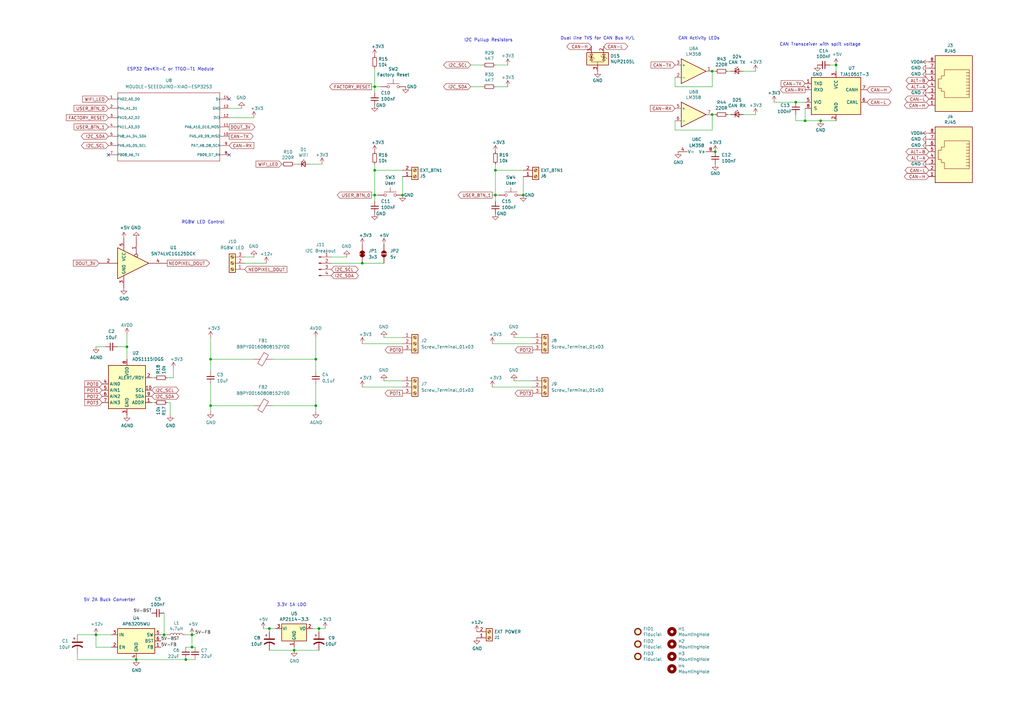
<source format=kicad_sch>
(kicad_sch (version 20250114) (generator "eeschema") (generator_version "9.0")
  (paper "A3")
  (title_block (title "LCC Lighting Controller") (date "2024-08-05") (rev "1.0"))
  (text "I2C Pullup Resistors" (at 210.312 17.272 0) (effects (font (size 1.27 1.27)) (justify right bottom)))
  (text "5V 2A Buck Converter" (at 34.29 246.888 0) (effects (font (size 1.27 1.27)) (justify left bottom)))
  (text "3.3V 1A LDO" (at 125.73 248.92 0) (effects (font (size 1.27 1.27)) (justify right bottom)))
  (text "ESP32 DevKit-C or TTGO-T1 Module" (at 52.07 29.21 0) (effects (font (size 1.27 1.27)) (justify left bottom)))
  (text "CAN Transceiver with split voltage" (at 353.06 19.05 0) (effects (font (size 1.27 1.27)) (justify right bottom)))
  (text "RGBW LED Control" (at 74.422 91.948 0) (effects (font (size 1.27 1.27)) (justify left bottom)))
  (text "CAN Activity LEDs" (at 278.13 16.51 0) (effects (font (size 1.27 1.27)) (justify left bottom)))
  (text "Dual line TVS for CAN Bus H/L" (at 260.35 16.51 0) (effects (font (size 1.27 1.27)) (justify right bottom)))
  (junction (at 326.39 41.91))
  (junction (at 86.36 147.32))
  (junction (at 78.74 260.35))
  (junction (at 342.9 26.67))
  (junction (at 330.2 49.53))
  (junction (at 203.2 69.85))
  (junction (at 130.81 257.81))
  (junction (at 129.54 147.32))
  (junction (at 292.1 46.99))
  (junction (at 153.67 35.56))
  (junction (at 203.2 80.01))
  (junction (at 214.63 80.01))
  (junction (at 67.31 260.35))
  (junction (at 110.49 257.81))
  (junction (at 39.37 260.35))
  (junction (at 86.36 166.37))
  (junction (at 336.55 49.53))
  (junction (at 165.1 80.01))
  (junction (at 153.67 69.85))
  (junction (at 148.59 107.95))
  (junction (at 120.65 266.7))
  (junction (at 153.67 80.01))
  (junction (at 292.1 29.21))
  (junction (at 52.07 142.24))
  (junction (at 129.54 166.37))
  (junction (at 293.37 62.23))
  (junction (at 55.88 270.51))
  (junction (at 76.2 270.51))
  (junction (at 78.74 265.43))
  (no_connect (at 93.98 63.5))
  (no_connect (at 44.45 63.5))
  (no_connect (at 93.98 40.64))
  (wire (pts (xy 203.2 35.56) (xy 208.28 35.56)))
  (wire (pts (xy 86.36 166.37) (xy 86.36 168.91)))
  (wire (pts (xy 201.93 140.97) (xy 218.44 140.97)))
  (wire (pts (xy 111.76 147.32) (xy 129.54 147.32)))
  (wire (pts (xy 165.1 72.39) (xy 165.1 80.01)))
  (wire (pts (xy 152.4 80.01) (xy 153.67 80.01)))
  (wire (pts (xy 148.59 140.97) (xy 165.1 140.97)))
  (wire (pts (xy 157.48 138.43) (xy 165.1 138.43)))
  (wire (pts (xy 292.1 46.99) (xy 292.1 53.34)))
  (wire (pts (xy 86.36 147.32) (xy 86.36 152.4)))
  (wire (pts (xy 330.2 49.53) (xy 336.55 49.53)))
  (wire (pts (xy 152.4 35.56) (xy 153.67 35.56)))
  (wire (pts (xy 292.1 29.21) (xy 292.1 35.56)))
  (wire (pts (xy 153.67 35.56) (xy 153.67 38.1)))
  (wire (pts (xy 342.9 26.67) (xy 340.36 26.67)))
  (wire (pts (xy 304.8 46.99) (xy 309.88 46.99)))
  (wire (pts (xy 110.49 266.7) (xy 120.65 266.7)))
  (wire (pts (xy 62.23 165.1) (xy 63.5 165.1)))
  (wire (pts (xy 93.98 44.45) (xy 99.06 44.45)))
  (wire (pts (xy 153.67 80.01) (xy 154.94 80.01)))
  (wire (pts (xy 130.81 266.7) (xy 120.65 266.7)))
  (wire (pts (xy 86.36 147.32) (xy 104.14 147.32)))
  (wire (pts (xy 78.74 260.35) (xy 78.74 265.43)))
  (wire (pts (xy 135.89 107.95) (xy 148.59 107.95)))
  (wire (pts (xy 76.2 265.43) (xy 78.74 265.43)))
  (wire (pts (xy 193.04 26.67) (xy 198.12 26.67)))
  (wire (pts (xy 80.01 270.51) (xy 76.2 270.51)))
  (wire (pts (xy 110.49 257.81) (xy 110.49 259.08)))
  (wire (pts (xy 153.67 67.31) (xy 153.67 69.85)))
  (wire (pts (xy 193.04 35.56) (xy 198.12 35.56)))
  (wire (pts (xy 153.67 35.56) (xy 156.21 35.56)))
  (wire (pts (xy 62.23 154.94) (xy 63.5 154.94)))
  (wire (pts (xy 100.33 105.41) (xy 104.14 105.41)))
  (wire (pts (xy 86.36 138.43) (xy 86.36 147.32)))
  (wire (pts (xy 203.2 80.01) (xy 204.47 80.01)))
  (wire (pts (xy 153.67 80.01) (xy 153.67 82.55)))
  (wire (pts (xy 39.37 260.35) (xy 31.75 260.35)))
  (wire (pts (xy 86.36 157.48) (xy 86.36 166.37)))
  (wire (pts (xy 129.54 138.43) (xy 129.54 147.32)))
  (wire (pts (xy 130.81 257.81) (xy 130.81 259.08)))
  (wire (pts (xy 129.54 157.48) (xy 129.54 166.37)))
  (wire (pts (xy 113.03 257.81) (xy 110.49 257.81)))
  (wire (pts (xy 39.37 142.24) (xy 43.18 142.24)))
  (wire (pts (xy 210.82 156.21) (xy 218.44 156.21)))
  (wire (pts (xy 326.39 46.99) (xy 326.39 49.53)))
  (wire (pts (xy 299.72 29.21) (xy 298.45 29.21)))
  (wire (pts (xy 203.2 67.31) (xy 203.2 69.85)))
  (wire (pts (xy 68.58 154.94) (xy 71.12 154.94)))
  (wire (pts (xy 48.26 142.24) (xy 52.07 142.24)))
  (wire (pts (xy 67.31 260.35) (xy 67.31 251.46)))
  (wire (pts (xy 135.89 105.41) (xy 142.24 105.41)))
  (wire (pts (xy 203.2 69.85) (xy 214.63 69.85)))
  (wire (pts (xy 276.86 35.56) (xy 276.86 31.75)))
  (wire (pts (xy 127 67.31) (xy 132.08 67.31)))
  (wire (pts (xy 203.2 26.67) (xy 208.28 26.67)))
  (wire (pts (xy 214.63 72.39) (xy 214.63 80.01)))
  (wire (pts (xy 330.2 44.45) (xy 330.2 49.53)))
  (wire (pts (xy 93.98 48.26) (xy 104.14 48.26)))
  (wire (pts (xy 52.07 137.16) (xy 52.07 142.24)))
  (wire (pts (xy 66.04 260.35) (xy 67.31 260.35)))
  (wire (pts (xy 203.2 80.01) (xy 203.2 82.55)))
  (wire (pts (xy 148.59 158.75) (xy 165.1 158.75)))
  (wire (pts (xy 292.1 35.56) (xy 276.86 35.56)))
  (wire (pts (xy 342.9 49.53) (xy 336.55 49.53)))
  (wire (pts (xy 153.67 69.85) (xy 153.67 80.01)))
  (wire (pts (xy 69.85 165.1) (xy 69.85 170.18)))
  (wire (pts (xy 86.36 166.37) (xy 104.14 166.37)))
  (wire (pts (xy 293.37 29.21) (xy 292.1 29.21)))
  (wire (pts (xy 78.74 265.43) (xy 80.01 265.43)))
  (wire (pts (xy 201.93 158.75) (xy 218.44 158.75)))
  (wire (pts (xy 148.59 107.95) (xy 157.48 107.95)))
  (wire (pts (xy 201.93 80.01) (xy 203.2 80.01)))
  (wire (pts (xy 130.81 257.81) (xy 133.35 257.81)))
  (wire (pts (xy 330.2 41.91) (xy 326.39 41.91)))
  (wire (pts (xy 120.65 266.7) (xy 120.65 265.43)))
  (wire (pts (xy 76.2 270.51) (xy 55.88 270.51)))
  (wire (pts (xy 342.9 26.67) (xy 342.9 29.21)))
  (wire (pts (xy 210.82 138.43) (xy 218.44 138.43)))
  (wire (pts (xy 121.92 67.31) (xy 120.65 67.31)))
  (wire (pts (xy 68.58 165.1) (xy 69.85 165.1)))
  (wire (pts (xy 76.2 260.35) (xy 78.74 260.35)))
  (wire (pts (xy 31.75 270.51) (xy 31.75 267.97)))
  (wire (pts (xy 203.2 69.85) (xy 203.2 80.01)))
  (wire (pts (xy 71.12 154.94) (xy 71.12 151.13)))
  (wire (pts (xy 299.72 46.99) (xy 298.45 46.99)))
  (wire (pts (xy 52.07 142.24) (xy 52.07 147.32)))
  (wire (pts (xy 39.37 260.35) (xy 45.72 260.35)))
  (wire (pts (xy 129.54 166.37) (xy 129.54 168.91)))
  (wire (pts (xy 293.37 46.99) (xy 292.1 46.99)))
  (wire (pts (xy 45.72 265.43) (xy 39.37 265.43)))
  (wire (pts (xy 78.74 260.35) (xy 80.01 260.35)))
  (wire (pts (xy 55.88 270.51) (xy 31.75 270.51)))
  (wire (pts (xy 326.39 49.53) (xy 330.2 49.53)))
  (wire (pts (xy 129.54 166.37) (xy 111.76 166.37)))
  (wire (pts (xy 153.67 69.85) (xy 165.1 69.85)))
  (wire (pts (xy 67.31 260.35) (xy 68.58 260.35)))
  (wire (pts (xy 129.54 147.32) (xy 129.54 152.4)))
  (wire (pts (xy 276.86 53.34) (xy 276.86 49.53)))
  (wire (pts (xy 326.39 41.91) (xy 317.5 41.91)))
  (wire (pts (xy 128.27 257.81) (xy 130.81 257.81)))
  (wire (pts (xy 100.33 107.95) (xy 109.22 107.95)))
  (wire (pts (xy 153.67 27.94) (xy 153.67 35.56)))
  (wire (pts (xy 107.95 257.81) (xy 110.49 257.81)))
  (wire (pts (xy 157.48 156.21) (xy 165.1 156.21)))
  (wire (pts (xy 292.1 53.34) (xy 276.86 53.34)))
  (wire (pts (xy 39.37 265.43) (xy 39.37 260.35)))
  (wire (pts (xy 304.8 29.21) (xy 309.88 29.21)))
  (label "5V-FB" (at 66.04 265.43 0))
  (label "5V-BST" (at 66.04 262.89 0))
  (label "5V-BST" (at 62.23 251.46 180))
  (label "5V-FB" (at 80.01 260.35 0))
  (global_label "POT1" (shape output) (at 165.1 161.29 180) (property "Intersheetrefs" "${INTERSHEET_REFS}" (effects (hide yes))))
  (global_label "I2C_SCL" (shape bidirectional) (at 135.89 110.49 0) (property "Intersheetrefs" "${INTERSHEET_REFS}" (effects (hide yes))))
  (global_label "CAN-RX" (shape input) (at 276.86 44.45 180) (property "Intersheetrefs" "${INTERSHEET_REFS}" (effects (hide yes))))
  (global_label "I2C_SCL" (shape bidirectional) (at 44.45 59.69 180) (property "Intersheetrefs" "${INTERSHEET_REFS}" (effects (hide yes))))
  (global_label "ALT-B" (shape bidirectional) (at 381 62.23 180) (property "Intersheetrefs" "${INTERSHEET_REFS}" (effects (hide yes))))
  (global_label "CAN-L" (shape bidirectional) (at 381 40.64 180) (property "Intersheetrefs" "${INTERSHEET_REFS}" (effects (hide yes))))
  (global_label "WIFI_LED" (shape input) (at 44.45 40.64 180) (property "Intersheetrefs" "${INTERSHEET_REFS}" (effects (hide yes))))
  (global_label "CAN-L" (shape bidirectional) (at 247.65 19.05 0) (property "Intersheetrefs" "${INTERSHEET_REFS}" (effects (hide yes))))
  (global_label "CAN-TX" (shape output) (at 93.98 55.88 0) (property "Intersheetrefs" "${INTERSHEET_REFS}" (effects (hide yes))))
  (global_label "DOUT_3V" (shape output) (at 93.98 52.07 0) (property "Intersheetrefs" "${INTERSHEET_REFS}" (effects (hide yes))))
  (global_label "POT3" (shape output) (at 218.44 161.29 180) (property "Intersheetrefs" "${INTERSHEET_REFS}" (effects (hide yes))))
  (global_label "CAN-TX" (shape input) (at 330.2 34.29 180) (property "Intersheetrefs" "${INTERSHEET_REFS}" (effects (hide yes))))
  (global_label "POT0" (shape input) (at 41.91 157.48 180) (property "Intersheetrefs" "${INTERSHEET_REFS}" (effects (hide yes))))
  (global_label "USER_BTN_0" (shape input) (at 44.45 44.45 180) (property "Intersheetrefs" "${INTERSHEET_REFS}" (effects (hide yes))))
  (global_label "CAN-RX" (shape input) (at 93.98 59.69 0) (property "Intersheetrefs" "${INTERSHEET_REFS}" (effects (hide yes))))
  (global_label "USER_BTN_1" (shape input) (at 44.45 52.07 180) (property "Intersheetrefs" "${INTERSHEET_REFS}" (effects (hide yes))))
  (global_label "ALT-A" (shape bidirectional) (at 381 64.77 180) (property "Intersheetrefs" "${INTERSHEET_REFS}" (effects (hide yes))))
  (global_label "CAN-H" (shape bidirectional) (at 242.57 19.05 180) (property "Intersheetrefs" "${INTERSHEET_REFS}" (effects (hide yes))))
  (global_label "POT1" (shape input) (at 41.91 160.02 180) (property "Intersheetrefs" "${INTERSHEET_REFS}" (effects (hide yes))))
  (global_label "I2C_SDA" (shape bidirectional) (at 44.45 55.88 180) (property "Intersheetrefs" "${INTERSHEET_REFS}" (effects (hide yes))))
  (global_label "CAN-H" (shape bidirectional) (at 355.6 36.83 0) (property "Intersheetrefs" "${INTERSHEET_REFS}" (effects (hide yes))))
  (global_label "CAN-RX" (shape output) (at 330.2 36.83 180) (property "Intersheetrefs" "${INTERSHEET_REFS}" (effects (hide yes))))
  (global_label "POT0" (shape output) (at 165.1 143.51 180) (property "Intersheetrefs" "${INTERSHEET_REFS}" (effects (hide yes))))
  (global_label "ALT-A" (shape bidirectional) (at 381 35.56 180) (property "Intersheetrefs" "${INTERSHEET_REFS}" (effects (hide yes))))
  (global_label "DOUT_3V" (shape input) (at 40.64 107.95 180) (property "Intersheetrefs" "${INTERSHEET_REFS}" (effects (hide yes))))
  (global_label "NEOPIXEL_DOUT" (shape output) (at 68.58 107.95 0) (property "Intersheetrefs" "${INTERSHEET_REFS}" (effects (hide yes))))
  (global_label "POT2" (shape input) (at 41.91 162.56 180) (property "Intersheetrefs" "${INTERSHEET_REFS}" (effects (hide yes))))
  (global_label "FACTORY_RESET" (shape input) (at 44.45 48.26 180) (property "Intersheetrefs" "${INTERSHEET_REFS}" (effects (hide yes))))
  (global_label "POT2" (shape output) (at 218.44 143.51 180) (property "Intersheetrefs" "${INTERSHEET_REFS}" (effects (hide yes))))
  (global_label "CAN-TX" (shape input) (at 276.86 26.67 180) (property "Intersheetrefs" "${INTERSHEET_REFS}" (effects (hide yes))))
  (global_label "USER_BTN_0" (shape output) (at 152.4 80.01 180) (property "Intersheetrefs" "${INTERSHEET_REFS}" (effects (hide yes))))
  (global_label "I2C_SDA" (shape bidirectional) (at 135.89 113.03 0) (property "Intersheetrefs" "${INTERSHEET_REFS}" (effects (hide yes))))
  (global_label "CAN-H" (shape bidirectional) (at 381 43.18 180) (property "Intersheetrefs" "${INTERSHEET_REFS}" (effects (hide yes))))
  (global_label "NEOPIXEL_DOUT" (shape input) (at 100.33 110.49 0) (property "Intersheetrefs" "${INTERSHEET_REFS}" (effects (hide yes))))
  (global_label "I2C_SCL" (shape bidirectional) (at 193.04 26.67 180) (property "Intersheetrefs" "${INTERSHEET_REFS}" (effects (hide yes))))
  (global_label "FACTORY_RESET" (shape output) (at 152.4 35.56 180) (property "Intersheetrefs" "${INTERSHEET_REFS}" (effects (hide yes))))
  (global_label "I2C_SDA" (shape bidirectional) (at 193.04 35.56 180) (property "Intersheetrefs" "${INTERSHEET_REFS}" (effects (hide yes))))
  (global_label "ALT-B" (shape bidirectional) (at 381 33.02 180) (property "Intersheetrefs" "${INTERSHEET_REFS}" (effects (hide yes))))
  (global_label "POT3" (shape input) (at 41.91 165.1 180) (property "Intersheetrefs" "${INTERSHEET_REFS}" (effects (hide yes))))
  (global_label "CAN-L" (shape bidirectional) (at 355.6 41.91 0) (property "Intersheetrefs" "${INTERSHEET_REFS}" (effects (hide yes))))
  (global_label "I2C_SDA" (shape bidirectional) (at 62.23 162.56 0) (property "Intersheetrefs" "${INTERSHEET_REFS}" (effects (hide yes))))
  (global_label "CAN-L" (shape bidirectional) (at 381 69.85 180) (property "Intersheetrefs" "${INTERSHEET_REFS}" (effects (hide yes))))
  (global_label "CAN-H" (shape bidirectional) (at 381 72.39 180) (property "Intersheetrefs" "${INTERSHEET_REFS}" (effects (hide yes))))
  (global_label "USER_BTN_1" (shape output) (at 201.93 80.01 180) (property "Intersheetrefs" "${INTERSHEET_REFS}" (effects (hide yes))))
  (global_label "WIFI_LED" (shape input) (at 115.57 67.31 180) (property "Intersheetrefs" "${INTERSHEET_REFS}" (effects (hide yes))))
  (global_label "I2C_SCL" (shape bidirectional) (at 62.23 160.02 0) (property "Intersheetrefs" "${INTERSHEET_REFS}" (effects (hide yes))))
  (symbol (lib_id "Connector:RJ45") (at 391.16 35.56 0) (mirror y) (unit 1)
    (property "Reference" "J3" (at 389.7122 18.6182 0))
    (property "Value" "RJ45" (at 389.7122 20.9296 0))
    (property "Footprint" "CustomLibrary:RJ45_TE_CONNECTIVITY_5555164-1_Horizontal-Low_Profile" (effects (hide yes)))
    (property "Mouser" "571-5569284-1 or 534-949 or 493-HCJV1-812UK" (effects (hide yes)))
  )
  (symbol (lib_id "Amplifier_Operational:LM358") (at 284.48 29.21 0) (unit 1)
    (property "Reference" "U6" (at 284.48 19.8882 0))
    (property "Value" "LM358" (at 284.48 22.1996 0))
    (property "Footprint" "Package_SO:SOIC-8_3.9x4.9mm_P1.27mm" (effects (hide yes)))
    (property "Datasheet" "http://www.ti.com/lit/ds/symlink/lm2904-n.pdf" (effects (hide yes)))
    (property "Mouser" "595-LM358BIDR" (effects (hide yes)))
  )
  (symbol (lib_id "Device:LED_Small") (at 302.26 46.99 0) (unit 1)
    (property "Reference" "D25" (at 302.26 41.021 0))
    (property "Value" "CAN RX" (at 302.26 43.3324 0))
    (property "Footprint" "LED_SMD:LED_0603_1608Metric" (effects (hide yes)))
    (property "Mouser" "710-150060AS75000" (effects (hide yes)))
  )
  (symbol (lib_id "Connector:RJ45") (at 391.16 64.77 0) (mirror y) (unit 1)
    (property "Reference" "J4" (at 389.7122 47.8282 0))
    (property "Value" "RJ45" (at 389.7122 50.1396 0))
    (property "Footprint" "CustomLibrary:RJ45_TE_CONNECTIVITY_5555164-1_Horizontal-Low_Profile" (effects (hide yes)))
    (property "Mouser" "571-5569284-1 or 534-949 or 493-HCJV1-812UK" (effects (hide yes)))
  )
  (symbol (lib_id "Amplifier_Operational:LM358") (at 284.48 46.99 0) (unit 2)
    (property "Reference" "U6" (at 284.48 37.6682 0))
    (property "Value" "LM358" (at 284.48 39.9796 0))
    (property "Footprint" "Package_SO:SOIC-8_3.9x4.9mm_P1.27mm" (effects (hide yes)))
    (property "Datasheet" "http://www.ti.com/lit/ds/symlink/lm2904-n.pdf" (effects (hide yes)))
    (property "Mouser" "595-LM358BIDR" (effects (hide yes)))
  )
  (symbol (lib_id "Device:LED_Small") (at 302.26 29.21 0) (unit 1)
    (property "Reference" "D24" (at 302.26 23.241 0))
    (property "Value" "CAN TX" (at 302.26 25.5524 0))
    (property "Footprint" "LED_SMD:LED_0603_1608Metric" (effects (hide yes)))
    (property "Mouser" "710-150060YS75000" (effects (hide yes)))
  )
  (symbol (lib_id "power:+3V3") (at 309.88 29.21 0) (unit 1)
    (property "Reference" "#PWR070" (effects (hide yes)))
    (property "Value" "+3V3" (at 309.88 25.4 0))
  )
  (symbol (lib_id "Regulator_Switching:AP63205WU") (at 55.88 262.89 0) (unit 1)
    (property "Reference" "U4" (at 55.88 253.5682 0))
    (property "Value" "AP63205WU" (at 55.88 255.8796 0))
    (property "Footprint" "Package_TO_SOT_SMD:TSOT-23-6" (effects (hide yes)))
    (property "Datasheet" "https://www.diodes.com/assets/Datasheets/AP63200-AP63201-AP63203-AP63205.pdf" (effects (hide yes)))
    (property "Mouser" "621-AP63205WU-7" (effects (hide yes)))
  )
  (symbol (lib_id "power:+3V3") (at 309.88 46.99 0) (unit 1)
    (property "Reference" "#PWR071" (effects (hide yes)))
    (property "Value" "+3V3" (at 309.88 43.18 0))
  )
  (symbol (lib_id "power:VCC") (at 39.37 260.35 0) (unit 1)
    (property "Reference" "#PWR06" (effects (hide yes)))
    (property "Value" "+12v" (at 39.751 255.9558 0))
  )
  (symbol (lib_id "Device:L") (at 72.39 260.35 90) (unit 1)
    (property "Reference" "L1" (at 72.39 255.524 90))
    (property "Value" "4.7uH" (at 72.39 257.8354 90))
    (property "Footprint" "CustomLibrary:IND_B1047AS-4R7N=P3" (effects (hide yes)))
    (property "Mouser" "81-B1047AS-4R7NP3" (effects (hide yes)))
  )
  (symbol (lib_id "Device:CP1") (at 31.75 264.16 0) (unit 1)
    (property "Reference" "C1" (at 25.4 262.89 0) (effects (justify left)))
    (property "Value" "10uF" (at 24.13 265.43 0) (effects (justify left)))
    (property "Footprint" "Capacitor_SMD:CP_Elec_5x5.3" (effects (hide yes)))
    (property "Mouser" "710-865230542002" (effects (hide yes)))
  )
  (symbol (lib_id "power:+5V") (at 78.74 260.35 0) (unit 1)
    (property "Reference" "#PWR015" (effects (hide yes)))
    (property "Value" "+5V" (at 79.121 255.9558 0))
  )
  (symbol (lib_id "Device:R_Small") (at 295.91 29.21 90) (unit 1)
    (property "Reference" "R43" (at 295.91 24.2316 90))
    (property "Value" "220R" (at 295.91 26.543 90))
    (property "Footprint" "Resistor_SMD:R_0603_1608Metric" (effects (hide yes)))
    (property "Mouser" "603-AC0603JR-07160RL" (effects (hide yes)))
  )
  (symbol (lib_id "Device:C_Small") (at 80.01 267.97 0) (unit 1)
    (property "Reference" "C7" (at 82.3468 266.8016 0) (effects (justify left)))
    (property "Value" "22uF" (at 82.3468 269.113 0) (effects (justify left)))
    (property "Footprint" "Capacitor_SMD:C_0603_1608Metric" (effects (hide yes)))
    (property "Mouser" "603-CC0603MRX6S5B226" (effects (hide yes)))
  )
  (symbol (lib_id "Device:R_Small") (at 295.91 46.99 90) (unit 1)
    (property "Reference" "R44" (at 295.91 42.0116 90))
    (property "Value" "220R" (at 295.91 44.323 90))
    (property "Footprint" "Resistor_SMD:R_0603_1608Metric" (effects (hide yes)))
    (property "Mouser" "603-AC0603JR-07160RL" (effects (hide yes)))
  )
  (symbol (lib_id "Device:C_Small") (at 76.2 267.97 180) (unit 1)
    (property "Reference" "C6" (at 73.66 266.7 0) (effects (justify left)))
    (property "Value" "22uF" (at 73.66 269.24 0) (effects (justify left)))
    (property "Footprint" "Capacitor_SMD:C_0603_1608Metric" (effects (hide yes)))
    (property "Mouser" "603-CC0603MRX6S5B226" (effects (hide yes)))
  )
  (symbol (lib_id "power:GND") (at 55.88 270.51 0) (unit 1)
    (property "Reference" "#PWR012" (effects (hide yes)))
    (property "Value" "GND" (at 56.007 274.9042 0))
  )
  (symbol (lib_id "Device:C_Small") (at 64.77 251.46 270) (unit 1)
    (property "Reference" "C5" (at 64.77 245.6434 90))
    (property "Value" "100nF" (at 64.77 247.9548 90))
    (property "Footprint" "Capacitor_SMD:C_0603_1608Metric" (effects (hide yes)))
    (property "Mouser" "710-885012206020" (effects (hide yes)))
  )
  (symbol (lib_id "Interface_CAN_LIN:TJA1051T-3") (at 342.9 39.37 0) (unit 1)
    (property "Reference" "U7" (at 349.25 27.94 0))
    (property "Value" "TJA1051T-3" (at 350.52 30.48 0))
    (property "Footprint" "Package_SO:SOIC-8_3.9x4.9mm_P1.27mm" (effects (hide yes)))
    (property "Datasheet" "http://www.nxp.com/documents/data_sheet/TJA1051.pdf" (effects (hide yes)))
    (property "Mouser" "726-IFX1050GVIOXUMA1" (effects (hide yes)))
  )
  (symbol (lib_id "power:+3V3") (at 293.37 62.23 0) (unit 1)
    (property "Reference" "#PWR068" (effects (hide yes)))
    (property "Value" "+3V3" (at 293.37 58.42 0))
  )
  (symbol (lib_id "power:GND") (at 381 67.31 270) (mirror x) (unit 1)
    (property "Reference" "#PWR095" (effects (hide yes)))
    (property "Value" "GND" (at 377.7488 67.183 90) (effects (justify right)))
  )
  (symbol (lib_id "Amplifier_Operational:LM358") (at 285.75 64.77 270) (unit 3)
    (property "Reference" "U6" (at 285.75 57.15 90))
    (property "Value" "LM358" (at 285.75 59.69 90))
    (property "Footprint" "Package_SO:SOIC-8_3.9x4.9mm_P1.27mm" (effects (hide yes)))
    (property "Datasheet" "http://www.ti.com/lit/ds/symlink/lm2904-n.pdf" (effects (hide yes)))
  )
  (symbol (lib_id "power:GND") (at 381 59.69 270) (mirror x) (unit 1)
    (property "Reference" "#PWR094" (effects (hide yes)))
    (property "Value" "GND" (at 377.7488 59.563 90) (effects (justify right)))
  )
  (symbol (lib_id "power:GND") (at 381 57.15 270) (mirror x) (unit 1)
    (property "Reference" "#PWR093" (effects (hide yes)))
    (property "Value" "GND" (at 377.7488 57.023 90) (effects (justify right)))
  )
  (symbol (lib_id "power:VDDA") (at 381 54.61 90) (mirror x) (unit 1)
    (property "Reference" "#PWR092" (effects (hide yes)))
    (property "Value" "VDDA" (at 378.46 54.61 90) (effects (justify left)))
  )
  (symbol (lib_id "power:GND") (at 381 38.1 270) (mirror x) (unit 1)
    (property "Reference" "#PWR091" (effects (hide yes)))
    (property "Value" "GND" (at 377.7488 37.973 90) (effects (justify right)))
  )
  (symbol (lib_id "power:GND") (at 381 30.48 270) (mirror x) (unit 1)
    (property "Reference" "#PWR090" (effects (hide yes)))
    (property "Value" "GND" (at 377.7488 30.353 90) (effects (justify right)))
  )
  (symbol (lib_id "power:GND") (at 381 27.94 270) (mirror x) (unit 1)
    (property "Reference" "#PWR089" (effects (hide yes)))
    (property "Value" "GND" (at 377.7488 27.813 90) (effects (justify right)))
  )
  (symbol (lib_id "power:VDDA") (at 381 25.4 90) (mirror x) (unit 1)
    (property "Reference" "#PWR088" (effects (hide yes)))
    (property "Value" "VDDA" (at 378.46 25.4 90) (effects (justify left)))
  )
  (symbol (lib_id "Device:C_Small") (at 337.82 26.67 270) (unit 1)
    (property "Reference" "C14" (at 337.82 20.8534 90))
    (property "Value" "100nF" (at 337.82 23.1648 90))
    (property "Footprint" "Capacitor_SMD:C_0603_1608Metric" (effects (hide yes)))
    (property "Mouser" "710-885012206020" (effects (hide yes)))
  )
  (symbol (lib_id "power:+5V") (at 342.9 26.67 0) (unit 1)
    (property "Reference" "#PWR083" (effects (hide yes)))
    (property "Value" "+5V" (at 343.281 22.2758 0))
  )
  (symbol (lib_id "power:GND") (at 335.28 26.67 0) (unit 1)
    (property "Reference" "#PWR081" (effects (hide yes)))
    (property "Value" "GND" (at 335.28 30.48 0))
  )
  (symbol (lib_id "power:GND") (at 278.13 62.23 0) (unit 1)
    (property "Reference" "#PWR063" (effects (hide yes)))
    (property "Value" "GND" (at 278.257 66.6242 0))
  )
  (symbol (lib_id "power:GND") (at 336.55 49.53 0) (unit 1)
    (property "Reference" "#PWR082" (effects (hide yes)))
    (property "Value" "GND" (at 336.55 53.34 0))
  )
  (symbol (lib_id "Device:C_Small") (at 326.39 44.45 0) (unit 1)
    (property "Reference" "C13" (at 320.04 43.18 0) (effects (justify left)))
    (property "Value" "100nF" (at 318.77 45.72 0) (effects (justify left)))
    (property "Footprint" "Capacitor_SMD:C_0603_1608Metric" (effects (hide yes)))
    (property "Mouser" "710-885012206020" (effects (hide yes)))
  )
  (symbol (lib_id "power:+3V3") (at 317.5 41.91 0) (unit 1)
    (property "Reference" "#PWR072" (effects (hide yes)))
    (property "Value" "+3V3" (at 317.5 38.1 0))
  )
  (symbol (lib_id "Mechanical:MountingHole") (at 275.59 269.24 0) (unit 1)
    (property "Reference" "H3" (at 278.13 268.0716 0) (effects (justify left)))
    (property "Value" "MountingHole" (at 278.13 270.383 0) (effects (justify left)))
    (property "Footprint" "MountingHole:MountingHole_3.2mm_M3_Pad" (effects (hide yes)))
  )
  (symbol (lib_id "Mechanical:MountingHole") (at 275.59 264.16 0) (unit 1)
    (property "Reference" "H2" (at 278.13 262.9916 0) (effects (justify left)))
    (property "Value" "MountingHole" (at 278.13 265.303 0) (effects (justify left)))
    (property "Footprint" "MountingHole:MountingHole_3.2mm_M3_Pad" (effects (hide yes)))
  )
  (symbol (lib_id "Connector:Screw_Terminal_01x02") (at 200.66 261.62 0) (mirror x) (unit 1)
    (property "Reference" "J1" (at 202.692 261.4168 0) (effects (justify left)))
    (property "Value" "EXT POWER" (at 202.692 259.1054 0) (effects (justify left)))
    (property "Footprint" "TerminalBlock_Phoenix:TerminalBlock_Phoenix_PT-1,5-2-3.5-H_1x02_P3.50mm_Horizontal" (effects (hide yes)))
    (property "Mouser" "651-1984617" (effects (hide yes)))
  )
  (symbol (lib_id "Power_Protection:NUP2105L") (at 245.11 24.13 0) (unit 1)
    (property "Reference" "D15" (at 250.317 22.9616 0) (effects (justify left)))
    (property "Value" "NUP2105L" (at 250.317 25.273 0) (effects (justify left)))
    (property "Footprint" "Package_TO_SOT_SMD:SOT-23" (effects (hide yes)))
    (property "Datasheet" "http://www.onsemi.com/pub_link/Collateral/NUP2105L-D.PDF" (effects (hide yes)))
    (property "Mouser" "863-SZNUP2105LT3G" (effects (hide yes)))
  )
  (symbol (lib_id "power:GND") (at 245.11 29.21 0) (unit 1)
    (property "Reference" "#PWR054" (effects (hide yes)))
    (property "Value" "GND" (at 245.11 33.02 0))
  )
  (symbol (lib_id "Mechanical:MountingHole") (at 275.59 259.08 0) (unit 1)
    (property "Reference" "H1" (at 278.13 257.9116 0) (effects (justify left)))
    (property "Value" "MountingHole" (at 278.13 260.223 0) (effects (justify left)))
    (property "Footprint" "MountingHole:MountingHole_3.2mm_M3_Pad" (effects (hide yes)))
  )
  (symbol (lib_id "power:VDD") (at 195.58 259.08 0) (unit 1)
    (property "Reference" "#PWR038" (effects (hide yes)))
    (property "Value" "+12v" (at 195.58 255.27 0))
  )
  (symbol (lib_id "power:GND") (at 195.58 261.62 0) (unit 1)
    (property "Reference" "#PWR039" (effects (hide yes)))
    (property "Value" "GND" (at 195.707 266.0142 0))
  )
  (symbol (lib_id "Switch:SW_Push") (at 161.29 35.56 0) (unit 1)
    (property "Reference" "SW2" (at 161.29 28.321 0))
    (property "Value" "Factory Reset" (at 161.29 30.6324 0))
    (property "Footprint" "Button_Switch_SMD:SW_Tactile_SPST_NO_Straight_CK_PTS636Sx25SMTRLFS" (effects (hide yes)))
    (property "Mouser" "667-EVQ-PE104K" (effects (hide yes)))
  )
  (symbol (lib_id "power:GND") (at 166.37 35.56 0) (unit 1)
    (property "Reference" "#PWR035" (effects (hide yes)))
    (property "Value" "GND" (at 168.91 35.56 0))
  )
  (symbol (lib_id "Device:R_Small") (at 153.67 25.4 0) (unit 1)
    (property "Reference" "R15" (at 155.1686 24.2316 0) (effects (justify left)))
    (property "Value" "10k" (at 155.1686 26.543 0) (effects (justify left)))
    (property "Footprint" "Resistor_SMD:R_0603_1608Metric" (effects (hide yes)))
    (property "Mouser" "71-CRCW06030000Z0EAC" (effects (hide yes)))
  )
  (symbol (lib_id "power:+3V3") (at 153.67 22.86 0) (unit 1)
    (property "Reference" "#PWR025" (effects (hide yes)))
    (property "Value" "+3V3" (at 154.94 19.05 0))
  )
  (symbol (lib_id "Switch:SW_Push") (at 160.02 80.01 0) (unit 1)
    (property "Reference" "SW3" (at 160.02 72.771 0))
    (property "Value" "User" (at 160.02 75.0824 0))
    (property "Footprint" "Button_Switch_SMD:SW_Tactile_SPST_NO_Straight_CK_PTS636Sx25SMTRLFS" (effects (hide yes)))
    (property "Mouser" "667-EVQ-PE104K" (effects (hide yes)))
  )
  (symbol (lib_id "Device:R_Small") (at 153.67 64.77 0) (unit 1)
    (property "Reference" "R16" (at 155.1686 63.6016 0) (effects (justify left)))
    (property "Value" "10k" (at 155.1686 65.913 0) (effects (justify left)))
    (property "Footprint" "Resistor_SMD:R_0603_1608Metric" (effects (hide yes)))
    (property "Mouser" "71-CRCW06030000Z0EAC" (effects (hide yes)))
  )
  (symbol (lib_id "power:+3V3") (at 153.67 62.23 0) (unit 1)
    (property "Reference" "#PWR027" (effects (hide yes)))
    (property "Value" "+3V3" (at 154.94 58.42 0))
  )
  (symbol (lib_id "Device:C_Small") (at 293.37 64.77 180) (unit 1)
    (property "Reference" "C12" (at 295.91 63.5 0) (effects (justify right)))
    (property "Value" "100nF" (at 295.91 66.04 0) (effects (justify right)))
    (property "Footprint" "Capacitor_SMD:C_0603_1608Metric" (effects (hide yes)))
    (property "Mouser" "710-885012206020" (effects (hide yes)))
  )
  (symbol (lib_id "power:GND") (at 293.37 67.31 0) (unit 1)
    (property "Reference" "#PWR069" (effects (hide yes)))
    (property "Value" "GND" (at 293.37 71.12 0))
  )
  (symbol (lib_id "Device:C_Small") (at 153.67 85.09 180) (unit 1)
    (property "Reference" "C11" (at 156.21 82.55 0) (effects (justify right)))
    (property "Value" "100nF" (at 156.21 85.09 0) (effects (justify right)))
    (property "Footprint" "Capacitor_SMD:C_0603_1608Metric" (effects (hide yes)))
    (property "Mouser" "710-885012206020" (effects (hide yes)))
  )
  (symbol (lib_id "power:GND") (at 165.1 80.01 0) (unit 1)
    (property "Reference" "#PWR036" (effects (hide yes)))
    (property "Value" "GND" (at 167.64 80.01 0))
  )
  (symbol (lib_id "power:GND") (at 153.67 87.63 0) (unit 1)
    (property "Reference" "#PWR028" (effects (hide yes)))
    (property "Value" "GND" (at 156.21 87.63 0))
  )
  (symbol (lib_id "Device:C_Small") (at 153.67 40.64 180) (unit 1)
    (property "Reference" "C10" (at 156.21 38.1 0) (effects (justify right)))
    (property "Value" "100nF" (at 156.21 40.64 0) (effects (justify right)))
    (property "Footprint" "Capacitor_SMD:C_0603_1608Metric" (effects (hide yes)))
    (property "Mouser" "710-885012206020" (effects (hide yes)))
  )
  (symbol (lib_id "power:GND") (at 153.67 43.18 0) (unit 1)
    (property "Reference" "#PWR026" (effects (hide yes)))
    (property "Value" "GND" (at 156.21 43.18 0))
  )
  (symbol (lib_id "Mechanical:Fiducial") (at 261.62 269.24 0) (unit 1)
    (property "Reference" "FID3" (at 263.779 268.0716 0) (effects (justify left)))
    (property "Value" "Fiducial" (at 263.779 270.383 0) (effects (justify left)))
    (property "Footprint" "Fiducial:Fiducial_0.5mm_Mask1mm" (effects (hide yes)))
  )
  (symbol (lib_id "Mechanical:Fiducial") (at 261.62 264.16 0) (unit 1)
    (property "Reference" "FID2" (at 263.779 262.9916 0) (effects (justify left)))
    (property "Value" "Fiducial" (at 263.779 265.303 0) (effects (justify left)))
    (property "Footprint" "Fiducial:Fiducial_0.5mm_Mask1mm" (effects (hide yes)))
  )
  (symbol (lib_id "Mechanical:Fiducial") (at 261.62 259.08 0) (unit 1)
    (property "Reference" "FID1" (at 263.779 257.9116 0) (effects (justify left)))
    (property "Value" "Fiducial" (at 263.779 260.223 0) (effects (justify left)))
    (property "Footprint" "Fiducial:Fiducial_0.5mm_Mask1mm" (effects (hide yes)))
  )
  (symbol (lib_id "Regulator_Linear:NCP1117-3.3_SOT223") (at 120.65 257.81 0) (unit 1)
    (property "Reference" "U5" (at 120.65 251.6632 0))
    (property "Value" "AP2114-3.3" (at 120.65 253.9746 0))
    (property "Footprint" "Package_TO_SOT_SMD:SOT-223-3_TabPin2" (effects (hide yes)))
    (property "Datasheet" "http://www.onsemi.com/pub_link/Collateral/NCP1117-D.PDF" (effects (hide yes)))
    (property "Mouser" "621-AP2114H-3.3TRG1" (effects (hide yes)))
  )
  (symbol (lib_id "power:+3V3") (at 133.35 257.81 0) (unit 1)
    (property "Reference" "#PWR024" (effects (hide yes)))
    (property "Value" "+3V3" (at 133.35 254 0))
  )
  (symbol (lib_id "power:+5V") (at 107.95 257.81 0) (unit 1)
    (property "Reference" "#PWR016" (effects (hide yes)))
    (property "Value" "+5V" (at 107.95 254 0))
  )
  (symbol (lib_id "power:GND") (at 120.65 266.7 0) (unit 1)
    (property "Reference" "#PWR017" (effects (hide yes)))
    (property "Value" "GND" (at 120.777 271.0942 0))
  )
  (symbol (lib_id "Device:CP1") (at 110.49 262.89 0) (unit 1)
    (property "Reference" "C8" (at 104.14 261.62 0) (effects (justify left)))
    (property "Value" "10uF" (at 102.87 264.16 0) (effects (justify left)))
    (property "Footprint" "Capacitor_SMD:CP_Elec_5x5.3" (effects (hide yes)))
    (property "Mouser" "710-865230542002" (effects (hide yes)))
  )
  (symbol (lib_id "Device:CP1") (at 130.81 262.89 0) (unit 1)
    (property "Reference" "C9" (at 134.62 261.62 0) (effects (justify left)))
    (property "Value" "10uF" (at 133.35 264.16 0) (effects (justify left)))
    (property "Footprint" "Capacitor_SMD:CP_Elec_5x5.3" (effects (hide yes)))
    (property "Mouser" "710-865230542002" (effects (hide yes)))
  )
  (symbol (lib_id "power:GND") (at 157.48 138.43 180) (unit 1)
    (property "Reference" "#PWR0115" (effects (hide yes)))
    (property "Value" "GND" (at 157.353 134.0358 0))
  )
  (symbol (lib_id "Analog_ADC:ADS1115IDGS") (at 52.07 160.02 0) (unit 1)
    (property "Reference" "U2" (at 54.2133 144.78 0) (effects (justify left)))
    (property "Value" "ADS1115IDGS" (at 54.2133 147.32 0) (effects (justify left)))
    (property "Footprint" "Package_SO:TSSOP-10_3x3mm_P0.5mm" (effects (hide yes)))
    (property "Datasheet" "http://www.ti.com/lit/ds/symlink/ads1113.pdf" (effects (hide yes)))
    (property "Description" "Ultra-Small, Low-Power, I2C-Compatible, 860-SPS, 16-Bit ADCs With Internal Reference, Oscillator, and Programmable Comparator, VSSOP-10" (effects (hide yes)))
  )
  (symbol (lib_id "power:+3V3") (at 104.14 48.26 0) (unit 1)
    (property "Reference" "#PWR0106" (effects (hide yes)))
    (property "Value" "+3V3" (at 105.41 44.45 0))
  )
  (symbol (lib_id "power:+3V3") (at 201.93 140.97 0) (unit 1)
    (property "Reference" "#PWR043" (effects (hide yes)))
    (property "Value" "+3V3" (at 203.2 137.16 0))
  )
  (symbol (lib_id "power:GND") (at 99.06 44.45 180) (unit 1)
    (property "Reference" "#PWR0107" (effects (hide yes)))
    (property "Value" "GND" (at 98.933 40.0558 0))
  )
  (symbol (lib_id "Connector:Conn_01x04_Pin") (at 130.81 107.95 0) (unit 1)
    (property "Reference" "J11" (at 131.445 100.33 0))
    (property "Value" "I2C Breakout" (at 131.445 102.87 0))
    (property "Footprint" "Connector_PinSocket_2.54mm:PinSocket_1x04_P2.54mm_Vertical" (effects (hide yes)))
    (property "Description" "Generic connector, single row, 01x04, script generated" (effects (hide yes)))
  )
  (symbol (lib_id "power:GND") (at 142.24 105.41 180) (unit 1)
    (property "Reference" "#PWR0120" (effects (hide yes)))
    (property "Value" "GND" (at 142.113 101.0158 0))
  )
  (symbol (lib_id "power:+3V3") (at 132.08 67.31 0) (unit 1)
    (property "Reference" "#PWR011" (effects (hide yes)))
    (property "Value" "+3V3" (at 132.08 63.5 0))
  )
  (symbol (lib_id "power:VDD") (at 109.22 107.95 0) (unit 1)
    (property "Reference" "#PWR045" (effects (hide yes)))
    (property "Value" "+12v" (at 109.22 104.14 0))
  )
  (symbol (lib_id "Switch:SW_Push") (at 209.55 80.01 0) (unit 1)
    (property "Reference" "SW4" (at 209.55 72.771 0))
    (property "Value" "User" (at 209.55 75.0824 0))
    (property "Footprint" "Button_Switch_SMD:SW_Tactile_SPST_NO_Straight_CK_PTS636Sx25SMTRLFS" (effects (hide yes)))
    (property "Mouser" "667-EVQ-PE104K" (effects (hide yes)))
  )
  (symbol (lib_id "MOUDLE-SEEEDUINO-XIAO-ESP32S3:MOUDLE-SEEEDUINO-XIAO-ESP32S3") (at 69.85 52.07 0) (unit 1)
    (property "Reference" "U8" (at 69.215 33.02 0))
    (property "Value" "MOUDLE-SEEEDUINO-XIAO-ESP32S3" (at 69.215 35.56 0))
    (property "Footprint" "CustomFootprints:MCU_Seeed_ESP32C3_TH" (effects (hide yes)))
  )
  (symbol (lib_id "power:GND") (at 69.85 170.18 0) (unit 1)
    (property "Reference" "#PWR0114" (effects (hide yes)))
    (property "Value" "GND" (at 69.977 174.5742 0))
  )
  (symbol (lib_id "Connector:Screw_Terminal_01x03") (at 95.25 107.95 180) (unit 1)
    (property "Reference" "J10" (at 95.25 99.06 0))
    (property "Value" "RGBW LED" (at 95.25 101.6 0))
    (property "Footprint" "TerminalBlock_Phoenix:TerminalBlock_Phoenix_PT-1,5-3-3.5-H_1x03_P3.50mm_Horizontal" (effects (hide yes)))
    (property "Description" "Generic screw terminal, single row, 01x03, script generated (kicad-library-utils/schlib/autogen/connector/)" (effects (hide yes)))
  )
  (symbol (lib_id "Device:FerriteBead") (at 107.95 147.32 90) (unit 1)
    (property "Reference" "FB1" (at 107.8992 139.7 90))
    (property "Value" "BBPY00160808152Y00" (at 107.8992 142.24 90))
    (property "Footprint" "Inductor_SMD:L_0603_1608Metric_Pad1.05x0.95mm_HandSolder" (effects (hide yes)))
    (property "Description" "Ferrite bead" (effects (hide yes)))
  )
  (symbol (lib_id "power:GND") (at 50.8 118.11 0) (unit 1)
    (property "Reference" "#PWR0109" (effects (hide yes)))
    (property "Value" "GND" (at 50.927 122.5042 0))
  )
  (symbol (lib_id "power:GND") (at 210.82 138.43 180) (unit 1)
    (property "Reference" "#PWR0117" (effects (hide yes)))
    (property "Value" "GND" (at 210.693 134.0358 0))
  )
  (symbol (lib_id "power:+3V3") (at 208.28 26.67 0) (unit 1)
    (property "Reference" "#PWR048" (effects (hide yes)))
    (property "Value" "+3V3" (at 208.28 22.86 0))
  )
  (symbol (lib_id "power:GND") (at 203.2 87.63 0) (unit 1)
    (property "Reference" "#PWR032" (effects (hide yes)))
    (property "Value" "GND" (at 205.74 87.63 0))
  )
  (symbol (lib_id "Device:R_Small") (at 203.2 64.77 0) (unit 1)
    (property "Reference" "R19" (at 204.6986 63.6016 0) (effects (justify left)))
    (property "Value" "10k" (at 204.6986 65.913 0) (effects (justify left)))
    (property "Footprint" "Resistor_SMD:R_0603_1608Metric" (effects (hide yes)))
    (property "Mouser" "71-CRCW06030000Z0EAC" (effects (hide yes)))
  )
  (symbol (lib_id "power:GND") (at 39.37 142.24 0) (unit 1)
    (property "Reference" "#PWR0111" (effects (hide yes)))
    (property "Value" "AGND" (at 39.497 146.6342 0))
  )
  (symbol (lib_id "power:+5V") (at 50.8 97.79 0) (unit 1)
    (property "Reference" "#PWR084" (effects (hide yes)))
    (property "Value" "+5V" (at 51.181 93.3958 0))
  )
  (symbol (lib_id "Device:C_Small") (at 86.36 154.94 180) (unit 1)
    (property "Reference" "C3" (at 88.9 153.6635 0) (effects (justify right)))
    (property "Value" "10uF" (at 88.9 156.2035 0) (effects (justify right)))
    (property "Footprint" "Capacitor_SMD:C_0805_2012Metric_Pad1.18x1.45mm_HandSolder" (effects (hide yes)))
    (property "Description" "Unpolarized capacitor, small symbol" (effects (hide yes)))
  )
  (symbol (lib_id "power:+3V3") (at 148.59 158.75 0) (unit 1)
    (property "Reference" "#PWR042" (effects (hide yes)))
    (property "Value" "+3V3" (at 149.86 154.94 0))
  )
  (symbol (lib_id "Jumper:SolderJumper_2_Bridged") (at 148.59 104.14 90) (unit 1) (in_bom no)
    (property "Reference" "JP1" (at 151.13 102.8699 90) (effects (justify right)))
    (property "Value" "3v3" (at 151.13 105.4099 90) (effects (justify right)))
    (property "Footprint" "Jumper:SolderJumper-2_P1.3mm_Bridged_RoundedPad1.0x1.5mm" (effects (hide yes)))
    (property "Description" "Solder Jumper, 2-pole, closed/bridged" (effects (hide yes)))
  )
  (symbol (lib_id "power:+3V3") (at 201.93 158.75 0) (unit 1)
    (property "Reference" "#PWR044" (effects (hide yes)))
    (property "Value" "+3V3" (at 203.2 154.94 0))
  )
  (symbol (lib_id "power:+3V3") (at 208.28 35.56 0) (unit 1)
    (property "Reference" "#PWR049" (effects (hide yes)))
    (property "Value" "+3V3" (at 208.28 31.75 0))
  )
  (symbol (lib_id "power:+3V3") (at 71.12 151.13 0) (unit 1)
    (property "Reference" "#PWR030" (effects (hide yes)))
    (property "Value" "+3V3" (at 72.39 147.32 0))
  )
  (symbol (lib_id "Device:LED_Small") (at 124.46 67.31 0) (unit 1)
    (property "Reference" "D1" (at 124.46 61.341 0))
    (property "Value" "WiFi" (at 124.46 63.6524 0))
    (property "Footprint" "LED_SMD:LED_0603_1608Metric" (effects (hide yes)))
    (property "Mouser" "710-150060VS55040" (effects (hide yes)))
  )
  (symbol (lib_id "power:+3V3") (at 148.59 140.97 0) (unit 1)
    (property "Reference" "#PWR041" (effects (hide yes)))
    (property "Value" "+3V3" (at 149.86 137.16 0))
  )
  (symbol (lib_id "power:+3V3") (at 52.07 137.16 0) (unit 1)
    (property "Reference" "#PWR013" (effects (hide yes)))
    (property "Value" "AVDD" (at 52.07 133.35 0))
  )
  (symbol (lib_id "Device:C_Small") (at 45.72 142.24 90) (unit 1)
    (property "Reference" "C2" (at 45.7263 135.89 90))
    (property "Value" "10uF" (at 45.7263 138.43 90))
    (property "Footprint" "Capacitor_SMD:C_0805_2012Metric_Pad1.18x1.45mm_HandSolder" (effects (hide yes)))
    (property "Description" "Unpolarized capacitor, small symbol" (effects (hide yes)))
  )
  (symbol (lib_id "power:GND") (at 104.14 105.41 180) (unit 1)
    (property "Reference" "#PWR0119" (effects (hide yes)))
    (property "Value" "GND" (at 104.013 101.0158 0))
  )
  (symbol (lib_id "power:GND") (at 129.54 168.91 0) (unit 1)
    (property "Reference" "#PWR0112" (effects (hide yes)))
    (property "Value" "AGND" (at 129.667 173.3042 0))
  )
  (symbol (lib_id "Connector:Screw_Terminal_01x02") (at 170.18 72.39 0) (mirror x) (unit 1)
    (property "Reference" "J5" (at 172.212 72.1868 0) (effects (justify left)))
    (property "Value" "EXT_BTN1" (at 172.212 69.8754 0) (effects (justify left)))
    (property "Footprint" "TerminalBlock_Phoenix:TerminalBlock_Phoenix_PT-1,5-2-3.5-H_1x02_P3.50mm_Horizontal" (effects (hide yes)))
    (property "Mouser" "651-1984617" (effects (hide yes)))
  )
  (symbol (lib_id "power:+3V3") (at 86.36 138.43 0) (unit 1)
    (property "Reference" "#PWR029" (effects (hide yes)))
    (property "Value" "+3V3" (at 87.63 134.62 0))
  )
  (symbol (lib_id "Device:R_Small") (at 66.04 154.94 90) (unit 1)
    (property "Reference" "R18" (at 64.8716 153.4414 0) (effects (justify left)))
    (property "Value" "10k" (at 67.183 153.4414 0) (effects (justify left)))
    (property "Footprint" "Resistor_SMD:R_0603_1608Metric" (effects (hide yes)))
    (property "Mouser" "71-CRCW06030000Z0EAC" (effects (hide yes)))
  )
  (symbol (lib_id "Connector:Screw_Terminal_01x03") (at 170.18 140.97 0) (unit 1)
    (property "Reference" "J2" (at 172.72 139.6999 0) (effects (justify left)))
    (property "Value" "Screw_Terminal_01x03" (at 172.72 142.2399 0) (effects (justify left)))
    (property "Footprint" "TerminalBlock_Phoenix:TerminalBlock_Phoenix_PT-1,5-3-3.5-H_1x03_P3.50mm_Horizontal" (effects (hide yes)))
    (property "Description" "Generic screw terminal, single row, 01x03, script generated (kicad-library-utils/schlib/autogen/connector/)" (effects (hide yes)))
  )
  (symbol (lib_id "Connector:Screw_Terminal_01x03") (at 223.52 158.75 0) (unit 1)
    (property "Reference" "J9" (at 226.06 157.4799 0) (effects (justify left)))
    (property "Value" "Screw_Terminal_01x03" (at 226.06 160.0199 0) (effects (justify left)))
    (property "Footprint" "TerminalBlock_Phoenix:TerminalBlock_Phoenix_PT-1,5-3-3.5-H_1x03_P3.50mm_Horizontal" (effects (hide yes)))
    (property "Description" "Generic screw terminal, single row, 01x03, script generated (kicad-library-utils/schlib/autogen/connector/)" (effects (hide yes)))
  )
  (symbol (lib_id "Jumper:SolderJumper_2_Open") (at 157.48 104.14 90) (unit 1) (in_bom no)
    (property "Reference" "JP2" (at 160.02 102.8699 90) (effects (justify right)))
    (property "Value" "5v" (at 160.02 105.4099 90) (effects (justify right)))
    (property "Footprint" "Jumper:SolderJumper-2_P1.3mm_Open_RoundedPad1.0x1.5mm" (effects (hide yes)))
    (property "Description" "Solder Jumper, 2-pole, open" (effects (hide yes)))
  )
  (symbol (lib_id "power:+5V") (at 157.48 100.33 0) (unit 1)
    (property "Reference" "#PWR018" (effects (hide yes)))
    (property "Value" "+5V" (at 157.48 96.52 0))
  )
  (symbol (lib_id "Device:FerriteBead") (at 107.95 166.37 90) (unit 1)
    (property "Reference" "FB2" (at 107.8992 158.75 90))
    (property "Value" "BBPY00160808152Y00" (at 107.8992 161.29 90))
    (property "Footprint" "Inductor_SMD:L_0603_1608Metric_Pad1.05x0.95mm_HandSolder" (effects (hide yes)))
    (property "Description" "Ferrite bead" (effects (hide yes)))
  )
  (symbol (lib_id "74xGxx:SN74LVC1G125DCK") (at 55.88 107.95 0) (unit 1)
    (property "Reference" "U1" (at 71.12 101.5298 0))
    (property "Value" "SN74LVC1G125DCK" (at 71.12 104.0698 0))
    (property "Footprint" "Package_TO_SOT_SMD:Texas_R-PDSO-G5_DCK-5" (effects (hide yes)))
    (property "Datasheet" "http://www.ti.com/lit/ds/symlink/sn74lvc1g125.pdf" (effects (hide yes)))
    (property "Description" "Single Buffer Gate Tri-State, Low-Voltage CMOS, SOT-353" (effects (hide yes)))
  )
  (symbol (lib_id "Device:R_Small") (at 200.66 35.56 90) (unit 1)
    (property "Reference" "R30" (at 200.66 30.5816 90))
    (property "Value" "4K7" (at 200.66 32.893 90))
    (property "Footprint" "Resistor_SMD:R_0603_1608Metric" (effects (hide yes)))
    (property "Mouser" "603-AC0603JR-07160RL" (effects (hide yes)))
  )
  (symbol (lib_id "power:GND") (at 214.63 80.01 0) (unit 1)
    (property "Reference" "#PWR040" (effects (hide yes)))
    (property "Value" "GND" (at 217.17 80.01 0))
  )
  (symbol (lib_id "Device:C_Small") (at 129.54 154.94 180) (unit 1)
    (property "Reference" "C4" (at 132.08 153.6635 0) (effects (justify right)))
    (property "Value" "0.1uF" (at 132.08 156.2035 0) (effects (justify right)))
    (property "Footprint" "Capacitor_SMD:C_0805_2012Metric_Pad1.18x1.45mm_HandSolder" (effects (hide yes)))
    (property "Description" "Unpolarized capacitor, small symbol" (effects (hide yes)))
  )
  (symbol (lib_id "power:+3V3") (at 203.2 62.23 0) (unit 1)
    (property "Reference" "#PWR031" (effects (hide yes)))
    (property "Value" "+3V3" (at 204.47 58.42 0))
  )
  (symbol (lib_id "Connector:Screw_Terminal_01x03") (at 223.52 140.97 0) (unit 1)
    (property "Reference" "J8" (at 226.06 139.6999 0) (effects (justify left)))
    (property "Value" "Screw_Terminal_01x03" (at 226.06 142.2399 0) (effects (justify left)))
    (property "Footprint" "TerminalBlock_Phoenix:TerminalBlock_Phoenix_PT-1,5-3-3.5-H_1x03_P3.50mm_Horizontal" (effects (hide yes)))
    (property "Description" "Generic screw terminal, single row, 01x03, script generated (kicad-library-utils/schlib/autogen/connector/)" (effects (hide yes)))
  )
  (symbol (lib_id "Device:R_Small") (at 118.11 67.31 90) (unit 1)
    (property "Reference" "R10" (at 118.11 62.3316 90))
    (property "Value" "220R" (at 118.11 64.643 90))
    (property "Footprint" "Resistor_SMD:R_0603_1608Metric" (effects (hide yes)))
    (property "Mouser" "603-AC0603JR-07160RL" (effects (hide yes)))
  )
  (symbol (lib_id "power:GND") (at 210.82 156.21 180) (unit 1)
    (property "Reference" "#PWR0118" (effects (hide yes)))
    (property "Value" "GND" (at 210.693 151.8158 0))
  )
  (symbol (lib_id "power:GND") (at 55.88 97.79 180) (unit 1)
    (property "Reference" "#PWR0108" (effects (hide yes)))
    (property "Value" "GND" (at 55.753 93.3958 0))
  )
  (symbol (lib_id "Device:C_Small") (at 203.2 85.09 180) (unit 1)
    (property "Reference" "C15" (at 205.74 82.55 0) (effects (justify right)))
    (property "Value" "100nF" (at 205.74 85.09 0) (effects (justify right)))
    (property "Footprint" "Capacitor_SMD:C_0603_1608Metric" (effects (hide yes)))
    (property "Mouser" "710-885012206020" (effects (hide yes)))
  )
  (symbol (lib_id "Connector:Screw_Terminal_01x02") (at 219.71 72.39 0) (mirror x) (unit 1)
    (property "Reference" "J6" (at 221.742 72.1868 0) (effects (justify left)))
    (property "Value" "EXT_BTN1" (at 221.742 69.8754 0) (effects (justify left)))
    (property "Footprint" "TerminalBlock_Phoenix:TerminalBlock_Phoenix_PT-1,5-2-3.5-H_1x02_P3.50mm_Horizontal" (effects (hide yes)))
    (property "Mouser" "651-1984617" (effects (hide yes)))
  )
  (symbol (lib_id "Mechanical:MountingHole") (at 275.59 274.32 0) (unit 1)
    (property "Reference" "H4" (at 278.13 273.1516 0) (effects (justify left)))
    (property "Value" "MountingHole" (at 278.13 275.463 0) (effects (justify left)))
    (property "Footprint" "MountingHole:MountingHole_3.2mm_M3_Pad" (effects (hide yes)))
  )
  (symbol (lib_id "Device:R_Small") (at 200.66 26.67 90) (unit 1)
    (property "Reference" "R29" (at 200.66 21.6916 90))
    (property "Value" "4K7" (at 200.66 24.003 90))
    (property "Footprint" "Resistor_SMD:R_0603_1608Metric" (effects (hide yes)))
    (property "Mouser" "603-AC0603JR-07160RL" (effects (hide yes)))
  )
  (symbol (lib_id "power:+3V3") (at 129.54 138.43 0) (unit 1)
    (property "Reference" "#PWR014" (effects (hide yes)))
    (property "Value" "AVDD" (at 129.54 134.62 0))
  )
  (symbol (lib_id "Connector:Screw_Terminal_01x03") (at 170.18 158.75 0) (unit 1)
    (property "Reference" "J7" (at 172.72 157.4799 0) (effects (justify left)))
    (property "Value" "Screw_Terminal_01x03" (at 172.72 160.0199 0) (effects (justify left)))
    (property "Footprint" "TerminalBlock_Phoenix:TerminalBlock_Phoenix_PT-1,5-3-3.5-H_1x03_P3.50mm_Horizontal" (effects (hide yes)))
    (property "Description" "Generic screw terminal, single row, 01x03, script generated (kicad-library-utils/schlib/autogen/connector/)" (effects (hide yes)))
  )
  (symbol (lib_id "power:GND") (at 86.36 168.91 0) (unit 1)
    (property "Reference" "#PWR0113" (effects (hide yes)))
    (property "Value" "GND" (at 86.487 173.3042 0))
  )
  (symbol (lib_id "Device:R_Small") (at 66.04 165.1 270) (unit 1)
    (property "Reference" "R17" (at 67.2084 166.5986 0) (effects (justify left)))
    (property "Value" "10k" (at 64.897 166.5986 0) (effects (justify left)))
    (property "Footprint" "Resistor_SMD:R_0603_1608Metric" (effects (hide yes)))
    (property "Mouser" "71-CRCW06030000Z0EAC" (effects (hide yes)))
  )
  (symbol (lib_id "power:GND") (at 52.07 170.18 0) (unit 1)
    (property "Reference" "#PWR0110" (effects (hide yes)))
    (property "Value" "AGND" (at 52.197 174.5742 0))
  )
  (symbol (lib_id "power:GND") (at 157.48 156.21 180) (unit 1)
    (property "Reference" "#PWR0116" (effects (hide yes)))
    (property "Value" "GND" (at 157.353 151.8158 0))
  )
  (symbol (lib_id "power:+3V3") (at 148.59 100.33 0) (unit 1)
    (property "Reference" "#PWR0121" (effects (hide yes)))
    (property "Value" "+3V3" (at 149.86 96.52 0))
  )
)
</source>
